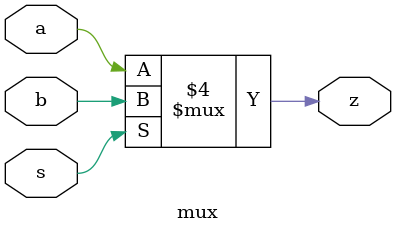
<source format=sv>
module mux(
  input  logic a,
  input  logic b,
  input  logic s,
  output logic z
);

  always_comb begin
    if (s == 1'b0)
      z = a;
    else
      z = b;
  end

endmodule

</source>
